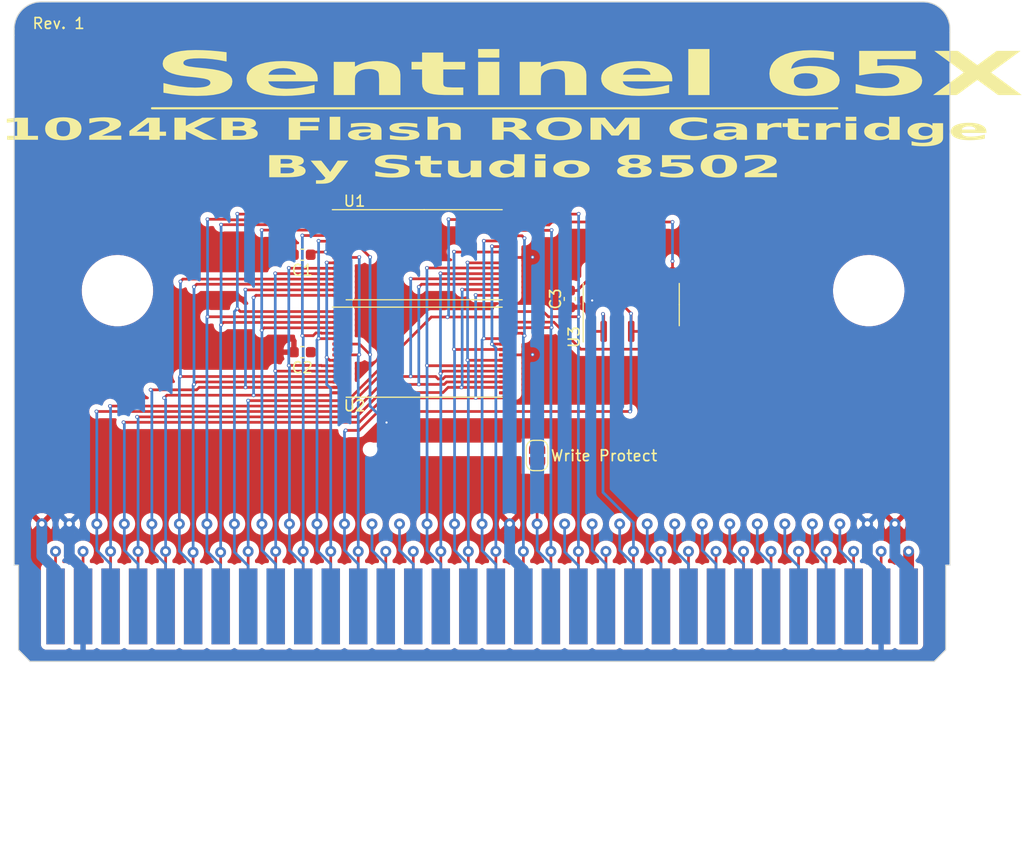
<source format=kicad_pcb>
(kicad_pcb (version 20221018) (generator pcbnew)
  (layers (0 "F.Cu" signal) (31 "B.Cu" signal) (34 "B.Paste" user) (35 "F.Paste" user) (36 "B.SilkS" user "B.Silkscreen") (37 "F.SilkS" user "F.Silkscreen") (38 "B.Mask" user) (39 "F.Mask" user) (44 "Edge.Cuts" user))
  (net 0 "")
  (net 1 "+3.3V")
  (net 2 "/A1")
  (net 3 "/A3")
  (net 4 "/A5")
  (net 5 "/A7")
  (net 6 "/A9")
  (net 7 "/A11")
  (net 8 "/A13")
  (net 9 "/A15")
  (net 10 "/A17")
  (net 11 "unconnected-(J1-Pin_a13-Pada13)")
  (net 12 "/D1")
  (net 13 "/D3")
  (net 14 "/D5")
  (net 15 "/~{WR}")
  (net 16 "unconnected-(J1-Pin_b12-Padb12)")
  (net 17 "unconnected-(J1-Pin_b20-Padb20)")
  (net 18 "unconnected-(J1-Pin_b2-Padb2)")
  (net 19 "/A0")
  (net 20 "/A2")
  (net 21 "/A4")
  (net 22 "/A6")
  (net 23 "/A8")
  (net 24 "/A10")
  (net 25 "/A12")
  (net 26 "/A14")
  (net 27 "/A16")
  (net 28 "/A18")
  (net 29 "/D0")
  (net 30 "/D2")
  (net 31 "/D4")
  (net 32 "/D6")
  (net 33 "/D7")
  (net 34 "/~{RD}")
  (net 35 "+5V")
  (net 36 "GND")
  (net 37 "unconnected-(J1-Pin_a3-Pada3)")
  (net 38 "unconnected-(J1-Pin_a4-Pada4)")
  (net 39 "unconnected-(J1-Pin_a5-Pada5)")
  (net 40 "unconnected-(J1-Pin_a6-Pada6)")
  (net 41 "unconnected-(J1-Pin_a7-Pada7)")
  (net 42 "unconnected-(J1-Pin_a8-Pada8)")
  (net 43 "unconnected-(J1-Pin_a9-Pada9)")
  (net 44 "unconnected-(J1-Pin_a10-Pada10)")
  (net 45 "unconnected-(J1-Pin_a11-Pada11)")
  (net 46 "unconnected-(J1-Pin_a19-Pada19)")
  (net 47 "unconnected-(J1-Pin_a20-Pada20)")
  (net 48 "unconnected-(J1-Pin_b3-Padb3)")
  (net 49 "unconnected-(J1-Pin_b4-Padb4)")
  (net 50 "unconnected-(J1-Pin_b5-Padb5)")
  (net 51 "unconnected-(J1-Pin_b6-Padb6)")
  (net 52 "unconnected-(J1-Pin_b7-Padb7)")
  (net 53 "unconnected-(J1-Pin_b8-Padb8)")
  (net 54 "unconnected-(J1-Pin_b9-Padb9)")
  (net 55 "unconnected-(J1-Pin_b10-Padb10)")
  (net 56 "unconnected-(J1-Pin_b19-Padb19)")
  (net 57 "unconnected-(J1-Pin_a12-Pada12)")
  (net 58 "Net-(J1-Pin_a14)")
  (net 59 "unconnected-(J1-Pin_b31-Padb31)")
  (net 60 "unconnected-(J1-Pin_b32-Padb32)")
  (net 61 "/~{CS}6")
  (net 62 "/A19")
  (net 63 "/~{ROML}")
  (net 64 "/~{ROMH}")
  (net 65 "Net-(U3-Pad13)")
  (net 66 "Net-(U3-Pad10)")
  (footprint "Package_SO:TSOP-I-32_14.4x8mm_P0.5mm" (layer "F.Cu") (at 131.745 49.275)
    (fp_text reference "U1")
    (fp_text value "~")
  )
  (footprint "Package_SO:SOIC-14_3.9x8.7mm_P1.27mm" (layer "F.Cu") (at 150.855 53.878553 90)
    (fp_text reference "U3")
    (fp_text value "74LS00")
  )
  (footprint "Capacitor_SMD:C_0603_1608Metric" (layer "F.Cu") (at 120.495 49.275 180)
    (fp_text reference "C1")
    (fp_text value "100nF")
  )
  (footprint "Jumper:SolderJumper-2_P1.3mm_Bridged_RoundedPad1.0x1.5mm" (layer "F.Cu") (at 142.169999 67.815 90)
    (fp_text reference "JP1" hide)
    (fp_text value "SolderJumper_2_Bridged")
  )
  (footprint "Connector:Conn_Edge_2x32_THT_2.54mm_Male" (layer "F.Cu") (at 138.359999 81.752 180)
    (fp_text reference "J1" hide)
    (fp_text value "2x32 2.54mm Card Edge Connector")
    (fp_line (start -41.520319 3.81) (end -41.91 3.81) (stroke (width 0.1)) (layer "Edge.Cuts"))
    (fp_line (start -41.51758 -4.014303) (end -41.520319 3.81) (stroke (width 0.1)) (layer "Edge.Cuts"))
    (fp_line (start -40.46 -5.08) (end -41.51758 -4.014303) (stroke (width 0.1)) (layer "Edge.Cuts"))
    (fp_line (start -40.46 -5.08) (end 43 -5.08) (stroke (width 0.1)) (layer "Edge.Cuts"))
    (fp_line (start 43 -5.08) (end 44.05758 -4.014303) (stroke (width 0.1)) (layer "Edge.Cuts"))
    (fp_line (start 44.054841 3.81) (end 44.05758 -4.014303) (stroke (width 0.1)) (layer "Edge.Cuts"))
    (fp_line (start 44.054841 3.81) (end 44.45 3.81) (stroke (width 0.1)) (layer "Edge.Cuts"))
  )
  (footprint "Capacitor_SMD:C_0603_1608Metric" (layer "F.Cu") (at 120.495 58.275 180)
    (fp_text reference "C2")
    (fp_text value "100nF")
  )
  (footprint "" (layer "F.Cu") (at 103.434999 52.592)
    (fp_text reference "")
    (fp_text value "")
  )
  (footprint "Package_SO:TSOP-I-32_14.4x8mm_P0.5mm" (layer "F.Cu") (at 131.745 58.275)
    (fp_text reference "U2")
    (fp_text value "~")
  )
  (footprint "" (layer "F.Cu") (at 172.776999 52.592)
    (fp_text reference "")
    (fp_text value "")
  )
  (footprint "Capacitor_SMD:C_0603_1608Metric" (layer "F.Cu") (at 145.185 53.358553 -90)
    (fp_text reference "C3")
    (fp_text value "100nF")
  )
  (gr_line (start 169.874188 35.75) (end 106.625811 35.75) (stroke (width 0.2)) (layer "F.SilkS"))
  (gr_line (start 177.25 25.922) (end 177.769999 25.922) (stroke (width 0.1)) (layer "Edge.Cuts"))
  (gr_arc (start 177.769999 25.922) (mid 179.537766 26.654233) (end 180.269999 28.422) (stroke (width 0.1)) (layer "Edge.Cuts"))
  (gr_arc (start 93.909999 28.422) (mid 94.642232 26.654233) (end 96.409999 25.922) (stroke (width 0.1)) (layer "Edge.Cuts"))
  (gr_line (start 93.909999 29) (end 93.909999 28.422) (stroke (width 0.1)) (layer "Edge.Cuts"))
  (gr_line (start 93.909999 77.942) (end 93.909999 29) (stroke (width 0.1)) (layer "Edge.Cuts"))
  (gr_line (start 180.269999 28.75) (end 180.269999 28.422) (stroke (width 0.1)) (layer "Edge.Cuts"))
  (gr_line (start 97.25 25.922) (end 177.25 25.922) (stroke (width 0.1)) (layer "Edge.Cuts"))
  (gr_line (start 97.25 25.922) (end 96.409999 25.922) (stroke (width 0.1)) (layer "Edge.Cuts"))
  (gr_line (start 180.269999 77.942) (end 180.269999 28.75) (stroke (width 0.1)) (layer "Edge.Cuts"))
  (gr_text "By Studio 8502" (at 116.93053 42.456333) (layer "F.SilkS") (effects (font (size 2 4) (thickness 0.25) bold) (justify left bottom)))
  (gr_text "Rev. 1" (at 95.5 28.5) (layer "F.SilkS") (effects (font (size 1 1)) (justify left bottom)))
  (gr_text "Sentinel 65X" (at 106.803244 35.208167) (layer "F.SilkS") (effects (font (size 4 8) (thickness 0.3) bold) (justify left bottom)))
  (gr_text "1024KB Flash ROM Cartridge" (at 138.249999 38.999483) (layer "F.SilkS") (effects (font (size 2 4) (thickness 0.25) bold) (justify bottom)))
  (segment (start 122.657069 49.025) (end 124.0575 49.025) (width 0.25) (layer "F.Cu") (net 1))
  (segment (start 145.865 52.583553) (end 147.045 51.403553) (width 0.25) (layer "F.Cu") (net 1))
  (segment (start 122.65263 49.020561) (end 122.657069 49.025) (width 0.25) (layer "F.Cu") (net 1))
  (segment (start 122.648191 49.025) (end 122.65263 49.020561) (width 0.25) (layer "F.Cu") (net 1))
  (segment (start 145.185 52.583553) (end 145.865 52.583553) (width 0.25) (layer "F.Cu") (net 1))
  (segment (start 121.52 49.025) (end 122.648191 49.025) (width 0.25) (layer "F.Cu") (net 1))
  (segment (start 147.045 51.403553) (end 147.045 53.295) (width 0.25) (layer "F.Cu") (net 1))
  (segment (start 147.045 53.295) (end 147.25 53.5) (width 0.25) (layer "F.Cu") (net 1))
  (segment (start 121.27 49.275) (end 121.52 49.025) (width 0.25) (layer "F.Cu") (net 1))
  (via (at 122.65263 49.020561) (size 0.35) (drill 0.2) (layers "F.Cu" "B.Cu") (net 1))
  (via (at 147.25 53.5) (size 0.35) (drill 0.2) (layers "F.Cu" "B.Cu") (net 1))
  (segment (start 98.989999 74.132) (end 98.989999 77.099057) (width 1) (layer "B.Cu") (net 1))
  (segment (start 173.919999 78.419999) (end 173.919999 81.752) (width 1) (layer "B.Cu") (net 1))
  (segment (start 100.259999 78.369057) (end 100.259999 81.752) (width 1) (layer "B.Cu") (net 1))
  (segment (start 98.989999 77.099057) (end 100.259999 78.369057) (width 1) (layer "B.Cu") (net 1))
  (segment (start 172.649999 77.149999) (end 173.919999 78.419999) (width 1) (layer "B.Cu") (net 1))
  (segment (start 172.649999 74.132) (end 172.649999 77.149999) (width 1) (layer "B.Cu") (net 1))
  (segment (start 131.25 52.25) (end 131.5 52) (width 0.25) (layer "F.Cu") (net 2))
  (segment (start 127.75 61.25) (end 125.25 63.75) (width 0.25) (layer "F.Cu") (net 2))
  (segment (start 133.593503 61.25) (end 127.75 61.25) (width 0.25) (layer "F.Cu") (net 2))
  (segment (start 139.4075 52) (end 139.4325 52.025) (width 0.25) (layer "F.Cu") (net 2))
  (segment (start 133.818503 61.025) (end 133.593503 61.25) (width 0.25) (layer "F.Cu") (net 2))
  (segment (start 121.75 63.75) (end 101.5 63.75) (width 0.25) (layer "F.Cu") (net 2))
  (segment (start 139.4325 61.025) (end 133.818503 61.025) (width 0.25) (layer "F.Cu") (net 2))
  (segment (start 125.25 63.75) (end 121.75 63.75) (width 0.25) (layer "F.Cu") (net 2))
  (segment (start 131.5 52) (end 139.4075 52) (width 0.25) (layer "F.Cu") (net 2))
  (via (at 101.5 63.75) (size 0.35) (drill 0.2) (layers "F.Cu" "B.Cu") (net 2))
  (via (at 131.25 52.25) (size 0.35) (drill 0.2) (layers "F.Cu" "B.Cu") (net 2))
  (via (at 131.25 61.25) (size 0.35) (drill 0.2) (layers "F.Cu" "B.Cu") (net 2))
  (segment (start 101.529999 76.568727) (end 102.799999 77.838727) (width 0.25) (layer "B.Cu") (net 2))
  (segment (start 102.799999 77.838727) (end 102.799999 81.752) (width 0.25) (layer "B.Cu") (net 2))
  (segment (start 101.529999 63.779999) (end 101.529999 74.132) (width 0.25) (layer "B.Cu") (net 2))
  (segment (start 101.529999 74.132) (end 101.529999 76.568727) (width 0.25) (layer "B.Cu") (net 2))
  (segment (start 101.5 63.75) (end 101.529999 63.779999) (width 0.25) (layer "B.Cu") (net 2))
  (segment (start 131.25 52.25) (end 131.25 61.25) (width 0.25) (layer "B.Cu") (net 2))
  (segment (start 138.9575 62.5) (end 131 62.5) (width 0.25) (layer "F.Cu") (net 3))
  (segment (start 127.75 62.75) (end 125.75 64.75) (width 0.25) (layer "F.Cu") (net 3))
  (segment (start 130.75 62.75) (end 127.75 62.75) (width 0.25) (layer "F.Cu") (net 3))
  (segment (start 139.4325 53.025) (end 136.525 53.025) (width 0.25) (layer "F.Cu") (net 3))
  (segment (start 136.525 53.025) (end 136.5 53) (width 0.25) (layer "F.Cu") (net 3))
  (segment (start 125.75 64.75) (end 104 64.75) (width 0.25) (layer "F.Cu") (net 3))
  (segment (start 139.4325 62.025) (end 138.9575 62.5) (width 0.25) (layer "F.Cu") (net 3))
  (segment (start 131 62.5) (end 130.75 62.75) (width 0.25) (layer "F.Cu") (net 3))
  (via (at 104 64.75) (size 0.35) (drill 0.2) (layers "F.Cu" "B.Cu") (net 3))
  (via (at 136.5 62.5) (size 0.35) (drill 0.2) (layers "F.Cu" "B.Cu") (net 3))
  (via (at 136.5 53) (size 0.35) (drill 0.2) (layers "F.Cu" "B.Cu") (net 3))
  (segment (start 136.5 53) (end 136.5 62.5) (width 0.25) (layer "B.Cu") (net 3))
  (segment (start 105.339999 77.839999) (end 105.339999 81.752) (width 0.25) (layer "B.Cu") (net 3))
  (segment (start 104.069999 74.132) (end 104.069999 76.569999) (width 0.25) (layer "B.Cu") (net 3))
  (segment (start 104 64.75) (end 104.069999 64.819999) (width 0.25) (layer "B.Cu") (net 3))
  (segment (start 104.069999 64.819999) (end 104.069999 74.132) (width 0.25) (layer "B.Cu") (net 3))
  (segment (start 104.069999 76.569999) (end 105.339999 77.839999) (width 0.25) (layer "B.Cu") (net 3))
  (segment (start 115.25 61.5245) (end 115.2495 61.525) (width 0.25) (layer "F.Cu") (net 4))
  (segment (start 110.975 61.525) (end 110.75 61.75) (width 0.25) (layer "F.Cu") (net 4))
  (segment (start 115.2505 61.525) (end 124.0575 61.525) (width 0.25) (layer "F.Cu") (net 4))
  (segment (start 115.2495 61.525) (end 110.975 61.525) (width 0.25) (layer "F.Cu") (net 4))
  (segment (start 115.275 52.525) (end 115.25 52.5) (width 0.25) (layer "F.Cu") (net 4))
  (segment (start 115.25 61.5245) (end 115.2505 61.525) (width 0.25) (layer "F.Cu") (net 4))
  (segment (start 124.0575 52.525) (end 115.275 52.525) (width 0.25) (layer "F.Cu") (net 4))
  (segment (start 110.75 61.75) (end 106.5 61.75) (width 0.25) (layer "F.Cu") (net 4))
  (via (at 115.25 52.5) (size 0.35) (drill 0.2) (layers "F.Cu" "B.Cu") (net 4))
  (via (at 106.5 61.75) (size 0.35) (drill 0.2) (layers "F.Cu" "B.Cu") (net 4))
  (via (at 115.25 61.5245) (size 0.35) (drill 0.2) (layers "F.Cu" "B.Cu") (net 4))
  (segment (start 115.25 52.5) (end 115.25 61.5245) (width 0.25) (layer "B.Cu") (net 4))
  (segment (start 107.879999 77.838727) (end 107.879999 81.752) (width 0.25) (layer "B.Cu") (net 4))
  (segment (start 106.609999 74.132) (end 106.609999 76.568727) (width 0.25) (layer "B.Cu") (net 4))
  (segment (start 106.5 61.75) (end 106.609999 61.859999) (width 0.25) (layer "B.Cu") (net 4))
  (segment (start 106.609999 76.568727) (end 107.879999 77.838727) (width 0.25) (layer "B.Cu") (net 4))
  (segment (start 106.609999 61.859999) (end 106.609999 74.132) (width 0.25) (layer "B.Cu") (net 4))
  (segment (start 124.0575 51.525) (end 109.475 51.525) (width 0.25) (layer "F.Cu") (net 5))
  (segment (start 124.0575 60.525) (end 109.275 60.525) (width 0.25) (layer "F.Cu") (net 5))
  (segment (start 109.275 60.525) (end 109.25 60.5) (width 0.25) (layer "F.Cu") (net 5))
  (segment (start 109.475 51.525) (end 109.25 51.75) (width 0.25) (layer "F.Cu") (net 5))
  (via (at 109.25 51.75) (size 0.35) (drill 0.2) (layers "F.Cu" "B.Cu") (net 5))
  (via (at 109.25 60.5) (size 0.35) (drill 0.2) (layers "F.Cu" "B.Cu") (net 5))
  (segment (start 110.419999 77.918727) (end 110.419999 81.752) (width 0.25) (layer "B.Cu") (net 5))
  (segment (start 109.25 51.75) (end 109.25 60.5) (width 0.25) (layer "B.Cu") (net 5))
  (segment (start 109.149999 60.600001) (end 109.149999 74.132) (width 0.25) (layer "B.Cu") (net 5))
  (segment (start 109.25 60.5) (end 109.149999 60.600001) (width 0.25) (layer "B.Cu") (net 5))
  (segment (start 109.149999 74.132) (end 109.149999 76.648727) (width 0.25) (layer "B.Cu") (net 5))
  (segment (start 109.149999 76.648727) (end 110.419999 77.918727) (width 0.25) (layer "B.Cu") (net 5))
  (segment (start 124.03707 55.00457) (end 111.75457 55.00457) (width 0.25) (layer "F.Cu") (net 6))
  (segment (start 124.0325 46.05) (end 113.75 46.05) (width 0.25) (layer "F.Cu") (net 6))
  (segment (start 111.75 55) (end 111.775 55.025) (width 0.25) (layer "F.Cu") (net 6))
  (segment (start 124.0575 55.025) (end 124.03707 55.00457) (width 0.25) (layer "F.Cu") (net 6))
  (segment (start 113.75 46.05) (end 113.7 46) (width 0.25) (layer "F.Cu") (net 6))
  (segment (start 113.7 46) (end 111.75 46) (width 0.25) (layer "F.Cu") (net 6))
  (segment (start 111.75457 55.00457) (end 111.75 55) (width 0.25) (layer "F.Cu") (net 6))
  (segment (start 124.0575 46.025) (end 124.0325 46.05) (width 0.25) (layer "F.Cu") (net 6))
  (via (at 111.75 55) (size 0.35) (drill 0.2) (layers "F.Cu" "B.Cu") (net 6))
  (via (at 111.75 46) (size 0.35) (drill 0.2) (layers "F.Cu" "B.Cu") (net 6))
  (segment (start 111.75 55) (end 111.689999 55.060001) (width 0.25) (layer "B.Cu") (net 6))
  (segment (start 111.689999 55.060001) (end 111.689999 74.132) (width 0.25) (layer "B.Cu") (net 6))
  (segment (start 112.959999 77.918727) (end 112.959999 81.752) (width 0.25) (layer "B.Cu") (net 6))
  (segment (start 111.689999 74.132) (end 111.689999 76.648727) (width 0.25) (layer "B.Cu") (net 6))
  (segment (start 111.689999 76.648727) (end 112.959999 77.918727) (width 0.25) (layer "B.Cu") (net 6))
  (segment (start 111.75 46) (end 111.75 55) (width 0.25) (layer "B.Cu") (net 6))
  (segment (start 114.775 54.525) (end 114.5 54.25) (width 0.25) (layer "F.Cu") (net 7))
  (segment (start 124.0575 54.525) (end 114.775 54.525) (width 0.25) (layer "F.Cu") (net 7))
  (segment (start 124.0575 45.525) (end 114.525 45.525) (width 0.25) (layer "F.Cu") (net 7))
  (segment (start 114.525 45.525) (end 114.5 45.5) (width 0.25) (layer "F.Cu") (net 7))
  (via (at 114.5 45.5) (size 0.35) (drill 0.2) (layers "F.Cu" "B.Cu") (net 7))
  (via (at 114.5 54.25) (size 0.35) (drill 0.2) (layers "F.Cu" "B.Cu") (net 7))
  (segment (start 114.229999 54.520001) (end 114.229999 74.132) (width 0.25) (layer "B.Cu") (net 7))
  (segment (start 114.229999 76.729999) (end 115.499999 77.999999) (width 0.25) (layer "B.Cu") (net 7))
  (segment (start 114.5 45.5) (end 114.5 54.25) (width 0.25) (layer "B.Cu") (net 7))
  (segment (start 114.5 54.25) (end 114.229999 54.520001) (width 0.25) (layer "B.Cu") (net 7))
  (segment (start 114.229999 74.132) (end 114.229999 76.729999) (width 0.25) (layer "B.Cu") (net 7))
  (segment (start 115.499999 77.999999) (end 115.499999 81.752) (width 0.25) (layer "B.Cu") (net 7))
  (segment (start 124.0575 47.025) (end 124.0325 47) (width 0.25) (layer "F.Cu") (net 8))
  (segment (start 116.975 56.025) (end 116.75 56.25) (width 0.25) (layer "F.Cu") (net 8))
  (segment (start 124.0575 56.025) (end 116.975 56.025) (width 0.25) (layer "F.Cu") (net 8))
  (segment (start 124.0325 47) (end 116.75 47) (width 0.25) (layer "F.Cu") (net 8))
  (via (at 116.75 56.25) (size 0.35) (drill 0.2) (layers "F.Cu" "B.Cu") (net 8))
  (via (at 116.75 47) (size 0.35) (drill 0.2) (layers "F.Cu" "B.Cu") (net 8))
  (segment (start 116.769999 76.568727) (end 118.039999 77.838727) (width 0.25) (layer "B.Cu") (net 8))
  (segment (start 118.039999 77.838727) (end 118.039999 81.752) (width 0.25) (layer "B.Cu") (net 8))
  (segment (start 116.75 47) (end 116.75 56.25) (width 0.25) (layer "B.Cu") (net 8))
  (segment (start 116.769999 56.269999) (end 116.769999 74.132) (width 0.25) (layer "B.Cu") (net 8))
  (segment (start 116.75 56.25) (end 116.769999 56.269999) (width 0.25) (layer "B.Cu") (net 8))
  (segment (start 116.769999 74.132) (end 116.769999 76.568727) (width 0.25) (layer "B.Cu") (net 8))
  (segment (start 119.5 59.5) (end 119.25 59.5) (width 0.25) (layer "F.Cu") (net 9))
  (segment (start 124.0575 59.525) (end 122.275 59.525) (width 0.25) (layer "F.Cu") (net 9))
  (segment (start 119.275 50.525) (end 119.25 50.5) (width 0.25) (layer "F.Cu") (net 9))
  (segment (start 122.25 59.5) (end 119.5 59.5) (width 0.25) (layer "F.Cu") (net 9))
  (segment (start 124.0575 50.525) (end 119.275 50.525) (width 0.25) (layer "F.Cu") (net 9))
  (segment (start 122.275 59.525) (end 122.25 59.5) (width 0.25) (layer "F.Cu") (net 9))
  (via (at 119.25 50.5) (size 0.35) (drill 0.2) (layers "F.Cu" "B.Cu") (net 9))
  (via (at 119.25 59.5) (size 0.35) (drill 0.2) (layers "F.Cu" "B.Cu") (net 9))
  (segment (start 119.309999 59.559999) (end 119.309999 74.132) (width 0.25) (layer "B.Cu") (net 9))
  (segment (start 119.309999 74.132) (end 119.309999 76.568727) (width 0.25) (layer "B.Cu") (net 9))
  (segment (start 119.25 50.5) (end 119.25 59.5) (width 0.25) (layer "B.Cu") (net 9))
  (segment (start 119.309999 76.568727) (end 120.579999 77.838727) (width 0.25) (layer "B.Cu") (net 9))
  (segment (start 120.579999 77.838727) (end 120.579999 81.752) (width 0.25) (layer "B.Cu") (net 9))
  (segment (start 119.25 59.5) (end 119.309999 59.559999) (width 0.25) (layer "B.Cu") (net 9))
  (segment (start 124.0575 57.025) (end 122.025 57.025) (width 0.25) (layer "F.Cu") (net 10))
  (segment (start 122.025 57.025) (end 122 57) (width 0.25) (layer "F.Cu") (net 10))
  (segment (start 124.0575 48.025) (end 122.025 48.025) (width 0.25) (layer "F.Cu") (net 10))
  (segment (start 122.025 48.025) (end 122 48) (width 0.25) (layer "F.Cu") (net 10))
  (via (at 122 48) (size 0.35) (drill 0.2) (layers "F.Cu" "B.Cu") (net 10))
  (via (at 122 57) (size 0.35) (drill 0.2) (layers "F.Cu" "B.Cu") (net 10))
  (segment (start 121.849999 74.132) (end 121.849999 76.568727) (width 0.25) (layer "B.Cu") (net 10))
  (segment (start 121.849999 57.150001) (end 121.849999 74.132) (width 0.25) (layer "B.Cu") (net 10))
  (segment (start 122 48) (end 122 57) (width 0.25) (layer "B.Cu") (net 10))
  (segment (start 121.849999 76.568727) (end 123.119999 77.838727) (width 0.25) (layer "B.Cu") (net 10))
  (segment (start 123.119999 77.838727) (end 123.119999 81.752) (width 0.25) (layer "B.Cu") (net 10))
  (segment (start 122 57) (end 121.849999 57.150001) (width 0.25) (layer "B.Cu") (net 10))
  (segment (start 145.979999 77.979999) (end 145.979999 81.752) (width 0.25) (layer "B.Cu") (net 11))
  (segment (start 144.709999 74.132) (end 144.709999 76.709999) (width 0.25) (layer "B.Cu") (net 11))
  (segment (start 144.709999 76.709999) (end 145.979999 77.979999) (width 0.25) (layer "B.Cu") (net 11))
  (segment (start 139.4325 59.525) (end 132.025 59.525) (width 0.25) (layer "F.Cu") (net 12))
  (segment (start 132.025 59.525) (end 132 59.5) (width 0.25) (layer "F.Cu") (net 12))
  (segment (start 139.4075 50.5) (end 132 50.5) (width 0.25) (layer "F.Cu") (net 12))
  (segment (start 139.4325 50.525) (end 139.4075 50.5) (width 0.25) (layer "F.Cu") (net 12))
  (via (at 132 59.5) (size 0.35) (drill 0.2) (layers "F.Cu" "B.Cu") (net 12))
  (via (at 132 50.5) (size 0.35) (drill 0.2) (layers "F.Cu" "B.Cu") (net 12))
  (segment (start 133.279999 77.838727) (end 133.279999 81.752) (width 0.25) (layer "B.Cu") (net 12))
  (segment (start 132.009999 74.132) (end 132.009999 76.568727) (width 0.25) (layer "B.Cu") (net 12))
  (segment (start 132.009999 59.509999) (end 132.009999 74.132) (width 0.25) (layer "B.Cu") (net 12))
  (segment (start 132.009999 76.568727) (end 133.279999 77.838727) (width 0.25) (layer "B.Cu") (net 12))
  (segment (start 132 59.5) (end 132.009999 59.509999) (width 0.25) (layer "B.Cu") (net 12))
  (segment (start 132 50.5) (end 132 59.5) (width 0.25) (layer "B.Cu") (net 12))
  (segment (start 134.525 49.025) (end 134.5 49) (width 0.25) (layer "F.Cu") (net 13))
  (segment (start 139.4325 58.025) (end 134.525 58.025) (width 0.25) (layer "F.Cu") (net 13))
  (segment (start 134.525 58.025) (end 134.5 58) (width 0.25) (layer "F.Cu") (net 13))
  (segment (start 139.4325 49.025) (end 134.525 49.025) (width 0.25) (layer "F.Cu") (net 13))
  (via (at 134.5 49) (size 0.35) (drill 0.2) (layers "F.Cu" "B.Cu") (net 13))
  (via (at 134.5 58) (size 0.35) (drill 0.2) (layers "F.Cu" "B.Cu") (net 13))
  (segment (start 134.549999 58.049999) (end 134.549999 74.132) (width 0.25) (layer "B.Cu") (net 13))
  (segment (start 134.5 58) (end 134.549999 58.049999) (width 0.25) (layer "B.Cu") (net 13))
  (segment (start 134.549999 76.568727) (end 135.819999 77.838727) (width 0.25) (layer "B.Cu") (net 13))
  (segment (start 135.819999 77.838727) (end 135.819999 81.752) (width 0.25) (layer "B.Cu") (net 13))
  (segment (start 134.549999 74.132) (end 134.549999 76.568727) (width 0.25) (layer "B.Cu") (net 13))
  (segment (start 134.5 49) (end 134.5 58) (width 0.25) (layer "B.Cu") (net 13))
  (segment (start 139.4075 48) (end 137.25 48) (width 0.25) (layer "F.Cu") (net 14))
  (segment (start 137.275 57.025) (end 137.25 57) (width 0.25) (layer "F.Cu") (net 14))
  (segment (start 139.4325 48.025) (end 139.4075 48) (width 0.25) (layer "F.Cu") (net 14))
  (segment (start 139.4325 57.025) (end 137.275 57.025) (width 0.25) (layer "F.Cu") (net 14))
  (via (at 137.25 48) (size 0.35) (drill 0.2) (layers "F.Cu" "B.Cu") (net 14))
  (via (at 137.25 57) (size 0.35) (drill 0.2) (layers "F.Cu" "B.Cu") (net 14))
  (segment (start 138.359999 77.859999) (end 138.359999 81.752) (width 0.25) (layer "B.Cu") (net 14))
  (segment (start 137.089999 74.132) (end 137.089999 76.589999) (width 0.25) (layer "B.Cu") (net 14))
  (segment (start 137.25 57) (end 137.089999 57.160001) (width 0.25) (layer "B.Cu") (net 14))
  (segment (start 137.25 48) (end 137.25 57) (width 0.25) (layer "B.Cu") (net 14))
  (segment (start 137.089999 76.589999) (end 138.359999 77.859999) (width 0.25) (layer "B.Cu") (net 14))
  (segment (start 137.089999 57.160001) (end 137.089999 74.132) (width 0.25) (layer "B.Cu") (net 14))
  (segment (start 124.0575 57.525) (end 125.775 57.525) (width 0.25) (layer "F.Cu") (net 15))
  (segment (start 142.084999 64.77) (end 142.169999 64.855) (width 0.25) (layer "F.Cu") (net 15))
  (segment (start 142.169999 64.855) (end 142.169999 67.165) (width 0.25) (layer "F.Cu") (net 15))
  (segment (start 125.775 57.525) (end 126.75 58.5) (width 0.25) (layer "F.Cu") (net 15))
  (segment (start 125.775 48.525) (end 126.75 49.5) (width 0.25) (layer "F.Cu") (net 15))
  (segment (start 124.0575 48.525) (end 125.775 48.525) (width 0.25) (layer "F.Cu") (net 15))
  (segment (start 128.27 64.77) (end 142.084999 64.77) (width 0.25) (layer "F.Cu") (net 15))
  (via (at 126.75 49.5) (size 0.35) (drill 0.2) (layers "F.Cu" "B.Cu") (net 15))
  (via (at 128.27 64.77) (size 0.35) (drill 0.2) (layers "F.Cu" "B.Cu") (net 15))
  (via (at 126.75 58.5) (size 0.35) (drill 0.2) (layers "F.Cu" "B.Cu") (net 15))
  (segment (start 126.75 49.5) (end 126.75 58.5) (width 0.25) (layer "B.Cu") (net 15))
  (segment (start 126.75 58.5) (end 126.75 63.25) (width 0.25) (layer "B.Cu") (net 15))
  (segment (start 126.75 63.25) (end 128.27 64.77) (width 0.25) (layer "B.Cu") (net 15))
  (segment (start 148.519999 76.672) (end 148.519999 81.752) (width 0.25) (layer "F.Cu") (net 16))
  (segment (start 128.199999 76.672) (end 128.199999 81.752) (width 0.25) (layer "F.Cu") (net 17))
  (segment (start 173.919999 76.672) (end 173.919999 81.752) (width 0.25) (layer "F.Cu") (net 18))
  (segment (start 133.682107 60.525) (end 133.457107 60.75) (width 0.25) (layer "F.Cu") (net 19))
  (segment (start 132.817893 60.525) (end 127.547081 60.525) (width 0.25) (layer "F.Cu") (net 19))
  (segment (start 127.547081 60.525) (end 124.822081 63.25) (width 0.25) (layer "F.Cu") (net 19))
  (segment (start 130.5 51.5) (end 130.525 51.525) (width 0.25) (layer "F.Cu") (net 19))
  (segment (start 139.4325 60.525) (end 133.682107 60.525) (width 0.25) (layer "F.Cu") (net 19))
  (segment (start 139.4325 51.525) (end 139.4075 51.5) (width 0.25) (layer "F.Cu") (net 19))
  (segment (start 102.799999 76.672) (end 102.799999 81.752) (width 0.25) (layer "F.Cu") (net 19))
  (segment (start 124.822081 63.25) (end 102.75 63.25) (width 0.25) (layer "F.Cu") (net 19))
  (segment (start 133.457107 60.75) (end 133.042893 60.75) (width 0.25) (layer "F.Cu") (net 19))
  (segment (start 133.042893 60.75) (end 132.817893 60.525) (width 0.25) (layer "F.Cu") (net 19))
  (segment (start 139.4075 51.5) (end 130.5 51.5) (width 0.25) (layer "F.Cu") (net 19))
  (via (at 130.5 60.5) (size 0.35) (drill 0.2) (layers "F.Cu" "B.Cu") (net 19))
  (via (at 130.5 51.5) (size 0.35) (drill 0.2) (layers "F.Cu" "B.Cu") (net 19))
  (via (at 102.75 63.25) (size 0.35) (drill 0.2) (layers "F.Cu" "B.Cu") (net 19))
  (segment (start 102.799999 63.299999) (end 102.799999 76.672) (width 0.25) (layer "B.Cu") (net 19))
  (segment (start 102.75 63.25) (end 102.799999 63.299999) (width 0.25) (layer "B.Cu") (net 19))
  (segment (start 130.5 51.5) (end 130.5 60.5) (width 0.25) (layer "B.Cu") (net 19))
  (segment (start 105.339999 76.672) (end 105.339999 81.752) (width 0.25) (layer "F.Cu") (net 20))
  (segment (start 133.479899 62) (end 127.75 62) (width 0.25) (layer "F.Cu") (net 20))
  (segment (start 135.186215 61.525) (end 133.954899 61.525) (width 0.25) (layer "F.Cu") (net 20))
  (segment (start 125.5 64.25) (end 105.25 64.25) (width 0.25) (layer "F.Cu") (net 20))
  (segment (start 139.4325 61.525) (end 135.191613 61.525) (width 0.25) (layer "F.Cu") (net 20))
  (segment (start 133.954899 61.525) (end 133.479899 62) (width 0.25) (layer "F.Cu") (net 20))
  (segment (start 127.75 62) (end 125.5 64.25) (width 0.25) (layer "F.Cu") (net 20))
  (segment (start 135.191613 61.525) (end 135.188914 61.527699) (width 0.25) (layer "F.Cu") (net 20))
  (segment (start 135.188914 61.527699) (end 135.186215 61.525) (width 0.25) (layer "F.Cu") (net 20))
  (segment (start 139.4075 52.5) (end 137 52.5) (width 0.25) (layer "F.Cu") (net 20))
  (segment (start 137 52.5) (end 135.25 52.5) (width 0.25) (layer "F.Cu") (net 20))
  (segment (start 139.4325 52.525) (end 139.4075 52.5) (width 0.25) (layer "F.Cu") (net 20))
  (via (at 135.188914 61.527699) (size 0.35) (drill 0.2) (layers "F.Cu" "B.Cu") (net 20))
  (via (at 105.25 64.25) (size 0.35) (drill 0.2) (layers "F.Cu" "B.Cu") (net 20))
  (via (at 135.25 52.5) (size 0.35) (drill 0.2) (layers "F.Cu" "B.Cu") (net 20))
  (segment (start 105.25 64.25) (end 105.339999 64.339999) (width 0.25) (layer "B.Cu") (net 20))
  (segment (start 135.25 52.5) (end 135.25 61.466613) (width 0.25) (layer "B.Cu") (net 20))
  (segment (start 135.25 61.466613) (end 135.192776 61.523837) (width 0.25) (layer "B.Cu") (net 20))
  (segment (start 105.339999 64.339999) (end 105.339999 76.672) (width 0.25) (layer "B.Cu") (net 20))
  (segment (start 108 62.25) (end 107.75 62.5) (width 0.25) (layer "F.Cu") (net 21))
  (segment (start 107.879999 76.672) (end 107.879999 81.752) (width 0.25) (layer "F.Cu") (net 21))
  (segment (start 116.225 53.025) (end 124.0575 53.025) (width 0.25) (layer "F.Cu") (net 21))
  (segment (start 124.0575 62.025) (end 123.225 62.025) (width 0.25) (layer "F.Cu") (net 21))
  (segment (start 123.225 62.025) (end 123 62.25) (width 0.25) (layer "F.Cu") (net 21))
  (segment (start 123 62.25) (end 108 62.25) (width 0.25) (layer "F.Cu") (net 21))
  (segment (start 116 53.25) (end 116.225 53.025) (width 0.25) (layer "F.Cu") (net 21))
  (via (at 116 53.25) (size 0.35) (drill 0.2) (layers "F.Cu" "B.Cu") (net 21))
  (via (at 107.75 62.5) (size 0.35) (drill 0.2) (layers "F.Cu" "B.Cu") (net 21))
  (via (at 116 62.25) (size 0.35) (drill 0.2) (layers "F.Cu" "B.Cu") (net 21))
  (segment (start 116 53.25) (end 116 62.25) (width 0.25) (layer "B.Cu") (net 21))
  (segment (start 107.75 62.5) (end 107.879999 62.629999) (width 0.25) (layer "B.Cu") (net 21))
  (segment (start 107.879999 62.629999) (end 107.879999 76.672) (width 0.25) (layer "B.Cu") (net 21))
  (segment (start 124.0575 52.025) (end 124.0325 52) (width 0.25) (layer "F.Cu") (net 22))
  (segment (start 110.725 61.025) (end 110.5 61.25) (width 0.25) (layer "F.Cu") (net 22))
  (segment (start 110.419999 76.752) (end 110.419999 81.752) (width 0.25) (layer "F.Cu") (net 22))
  (segment (start 110.75 52) (end 110.5 52.25) (width 0.25) (layer "F.Cu") (net 22))
  (segment (start 124.0575 61.025) (end 110.725 61.025) (width 0.25) (layer "F.Cu") (net 22))
  (segment (start 124.0325 52) (end 110.75 52) (width 0.25) (layer "F.Cu") (net 22))
  (via (at 110.5 61.25) (size 0.35) (drill 0.2) (layers "F.Cu" "B.Cu") (net 22))
  (via (at 110.5 52.25) (size 0.35) (drill 0.2) (layers "F.Cu" "B.Cu") (net 22))
  (segment (start 110.5 61.25) (end 110.419999 61.330001) (width 0.25) (layer "B.Cu") (net 22))
  (segment (start 110.419999 61.330001) (end 110.419999 76.752) (width 0.25) (layer "B.Cu") (net 22))
  (segment (start 110.5 52.25) (end 110.5 61.25) (width 0.25) (layer "B.Cu") (net 22))
  (segment (start 113.225 55.525) (end 113 55.75) (width 0.25) (layer "F.Cu") (net 23))
  (segment (start 124.0575 55.525) (end 113.225 55.525) (width 0.25) (layer "F.Cu") (net 23))
  (segment (start 124.0325 46.5) (end 113 46.5) (width 0.25) (layer "F.Cu") (net 23))
  (segment (start 112.959999 76.752) (end 112.959999 81.752) (width 0.25) (layer "F.Cu") (net 23))
  (segment (start 124.0575 46.525) (end 124.0325 46.5) (width 0.25) (layer "F.Cu") (net 23))
  (via (at 113 55.75) (size 0.35) (drill 0.2) (layers "F.Cu" "B.Cu") (net 23))
  (via (at 113 46.5) (size 0.35) (drill 0.2) (layers "F.Cu" "B.Cu") (net 23))
  (segment (start 112.959999 55.790001) (end 112.959999 76.752) (width 0.25) (layer "B.Cu") (net 23))
  (segment (start 113 55.75) (end 112.959999 55.790001) (width 0.25) (layer "B.Cu") (net 23))
  (segment (start 113 46.5) (end 113 55.75) (width 0.25) (layer "B.Cu") (net 23))
  (segment (start 139.4325 46.025) (end 134.025 46.025) (width 0.25) (layer "F.Cu") (net 24))
  (segment (start 124.685685 62.75) (end 115.5 62.75) (width 0.25) (layer "F.Cu") (net 24))
  (segment (start 133.885614 55.025) (end 132.410685 55.025) (width 0.25) (layer "F.Cu") (net 24))
  (segment (start 139.4325 55.025) (end 133.906712 55.025) (width 0.25) (layer "F.Cu") (net 24))
  (segment (start 133.896163 55.035549) (end 133.885614 55.025) (width 0.25) (layer "F.Cu") (net 24))
  (segment (start 133.906712 55.025) (end 133.896163 55.035549) (width 0.25) (layer "F.Cu") (net 24))
  (segment (start 115.499999 76.672) (end 115.499999 81.752) (width 0.25) (layer "F.Cu") (net 24))
  (segment (start 134.025 46.025) (end 134 46) (width 0.25) (layer "F.Cu") (net 24))
  (segment (start 132.410685 55.025) (end 124.685685 62.75) (width 0.25) (layer "F.Cu") (net 24))
  (via (at 133.896163 55.035549) (size 0.35) (drill 0.2) (layers "F.Cu" "B.Cu") (net 24))
  (via (at 134 46) (size 0.35) (drill 0.2) (layers "F.Cu" "B.Cu") (net 24))
  (via (at 115.5 62.75) (size 0.35) (drill 0.2) (layers "F.Cu" "B.Cu") (net 24))
  (segment (start 115.5 62.75) (end 115.499999 76.672) (width 0.25) (layer "B.Cu") (net 24))
  (segment (start 134 54.906321) (end 133.881654 55.024667) (width 0.25) (layer "B.Cu") (net 24))
  (segment (start 134 46) (end 134 54.906321) (width 0.25) (layer "B.Cu") (net 24))
  (segment (start 124.0575 51.025) (end 118.025 51.025) (width 0.25) (layer "F.Cu") (net 25))
  (segment (start 118.025 60.025) (end 118 60) (width 0.25) (layer "F.Cu") (net 25))
  (segment (start 118.039999 76.672) (end 118.039999 81.752) (width 0.25) (layer "F.Cu") (net 25))
  (segment (start 124.0575 60.025) (end 118.025 60.025) (width 0.25) (layer "F.Cu") (net 25))
  (segment (start 118.025 51.025) (end 118 51) (width 0.25) (layer "F.Cu") (net 25))
  (via (at 118 60) (size 0.35) (drill 0.2) (layers "F.Cu" "B.Cu") (net 25))
  (via (at 118 51) (size 0.35) (drill 0.2) (layers "F.Cu" "B.Cu") (net 25))
  (segment (start 118 60) (end 118.039999 60.039999) (width 0.25) (layer "B.Cu") (net 25))
  (segment (start 118 51) (end 118 60) (width 0.25) (layer "B.Cu") (net 25))
  (segment (start 118.039999 60.039999) (end 118.039999 76.672) (width 0.25) (layer "B.Cu") (net 25))
  (segment (start 122.25 56.5) (end 121.75 56.5) (width 0.25) (layer "F.Cu") (net 26))
  (segment (start 120.579999 76.672) (end 120.579999 81.752) (width 0.25) (layer "F.Cu") (net 26))
  (segment (start 124.0575 47.525) (end 124.0325 47.5) (width 0.25) (layer "F.Cu") (net 26))
  (segment (start 121.5 56.75) (end 120.5 56.75) (width 0.25) (layer "F.Cu") (net 26))
  (segment (start 124.0575 56.525) (end 122.275 56.525) (width 0.25) (layer "F.Cu") (net 26))
  (segment (start 122.275 56.525) (end 122.25 56.5) (width 0.25) (layer "F.Cu") (net 26))
  (segment (start 121.75 56.5) (end 121.5 56.75) (width 0.25) (layer "F.Cu") (net 26))
  (segment (start 124.0325 47.5) (end 120.5 47.5) (width 0.25) (layer "F.Cu") (net 26))
  (via (at 120.5 56.75) (size 0.35) (drill 0.2) (layers "F.Cu" "B.Cu") (net 26))
  (via (at 120.5 47.5) (size 0.35) (drill 0.2) (layers "F.Cu" "B.Cu") (net 26))
  (segment (start 120.579999 56.829999) (end 120.579999 76.672) (width 0.25) (layer "B.Cu") (net 26))
  (segment (start 120.5 47.5) (end 120.5 56.75) (width 0.25) (layer "B.Cu") (net 26))
  (segment (start 120.5 56.75) (end 120.579999 56.829999) (width 0.25) (layer "B.Cu") (net 26))
  (segment (start 122.75 50) (end 122.775 50.025) (width 0.25) (layer "F.Cu") (net 27))
  (segment (start 122.75 58.75) (end 123.025 59.025) (width 0.25) (layer "F.Cu") (net 27))
  (segment (start 123.025 59.025) (end 124.0575 59.025) (width 0.25) (layer "F.Cu") (net 27))
  (segment (start 123.119999 76.672) (end 123.119999 81.752) (width 0.25) (layer "F.Cu") (net 27))
  (segment (start 122.775 50.025) (end 124.0575 50.025) (width 0.25) (layer "F.Cu") (net 27))
  (via (at 122.75 58.75) (size 0.35) (drill 0.2) (layers "F.Cu" "B.Cu") (net 27))
  (via (at 122.75 50) (size 0.35) (drill 0.2) (layers "F.Cu" "B.Cu") (net 27))
  (segment (start 122.75 61.260002) (end 123.119999 61.630001) (width 0.25) (layer "B.Cu") (net 27))
  (segment (start 122.75 58.75) (end 122.75 61.260002) (width 0.25) (layer "B.Cu") (net 27))
  (segment (start 123.119999 61.630001) (end 123.119999 76.672) (width 0.25) (layer "B.Cu") (net 27))
  (segment (start 122.75 50) (end 122.75 58.75) (width 0.25) (layer "B.Cu") (net 27))
  (segment (start 125.725 58.525) (end 125.75 58.5) (width 0.25) (layer "F.Cu") (net 28))
  (segment (start 125.659999 76.672) (end 125.659999 81.752) (width 0.25) (layer "F.Cu") (net 28))
  (segment (start 124.0575 58.525) (end 125.725 58.525) (width 0.25) (layer "F.Cu") (net 28))
  (segment (start 124.0575 49.525) (end 125.725 49.525) (width 0.25) (layer "F.Cu") (net 28))
  (segment (start 125.725 49.525) (end 125.75 49.5) (width 0.25) (layer "F.Cu") (net 28))
  (via (at 125.75 49.5) (size 0.35) (drill 0.2) (layers "F.Cu" "B.Cu") (net 28))
  (via (at 125.75 58.5) (size 0.35) (drill 0.2) (layers "F.Cu" "B.Cu") (net 28))
  (segment (start 125.75 49.5) (end 125.75 58.5) (width 0.25) (layer "B.Cu") (net 28))
  (segment (start 125.75 58.5) (end 125.659999 58.590001) (width 0.25) (layer "B.Cu") (net 28))
  (segment (start 125.659999 58.590001) (end 125.659999 76.672) (width 0.25) (layer "B.Cu") (net 28))
  (segment (start 133.25 60.25) (end 133.475 60.025) (width 0.25) (layer "F.Cu") (net 29))
  (segment (start 133.279999 76.672) (end 133.279999 81.752) (width 0.25) (layer "F.Cu") (net 29))
  (segment (start 139.4325 51.025) (end 133.275 51.025) (width 0.25) (layer "F.Cu") (net 29))
  (segment (start 133.275 51.025) (end 133.25 51) (width 0.25) (layer "F.Cu") (net 29))
  (segment (start 133.475 60.025) (end 139.4325 60.025) (width 0.25) (layer "F.Cu") (net 29))
  (via (at 133.25 51) (size 0.35) (drill 0.2) (layers "F.Cu" "B.Cu") (net 29))
  (via (at 133.25 60.25) (size 0.35) (drill 0.2) (layers "F.Cu" "B.Cu") (net 29))
  (segment (start 133.279999 60.279999) (end 133.279999 76.672) (width 0.25) (layer "B.Cu") (net 29))
  (segment (start 133.25 51) (end 133.25 60.25) (width 0.25) (layer "B.Cu") (net 29))
  (segment (start 133.25 60.25) (end 133.279999 60.279999) (width 0.25) (layer "B.Cu") (net 29))
  (segment (start 139.4325 50.025) (end 135.775 50.025) (width 0.25) (layer "F.Cu") (net 30))
  (segment (start 135.775 50.025) (end 135.75 50) (width 0.25) (layer "F.Cu") (net 30))
  (segment (start 139.4325 59.025) (end 135.775 59.025) (width 0.25) (layer "F.Cu") (net 30))
  (segment (start 135.775 59.025) (end 135.75 59) (width 0.25) (layer "F.Cu") (net 30))
  (segment (start 135.819999 76.672) (end 135.819999 81.752) (width 0.25) (layer "F.Cu") (net 30))
  (via (at 135.75 59) (size 0.35) (drill 0.2) (layers "F.Cu" "B.Cu") (net 30))
  (via (at 135.75 50) (size 0.35) (drill 0.2) (layers "F.Cu" "B.Cu") (net 30))
  (segment (start 135.75 59) (end 135.819999 59.069999) (width 0.25) (layer "B.Cu") (net 30))
  (segment (start 135.75 76.602001) (end 135.819999 76.672) (width 0.25) (layer "B.Cu") (net 30))
  (segment (start 135.819999 59.069999) (end 135.819999 76.672) (width 0.25) (layer "B.Cu") (net 30))
  (segment (start 135.75 50) (end 135.75 59) (width 0.25) (layer "B.Cu") (net 30))
  (segment (start 138.359999 76.672) (end 138.359999 81.752) (width 0.25) (layer "F.Cu") (net 31))
  (segment (start 139.4325 48.525) (end 138.025 48.525) (width 0.25) (layer "F.Cu") (net 31))
  (segment (start 138.025 48.525) (end 138 48.5) (width 0.25) (layer "F.Cu") (net 31))
  (segment (start 138 57.525) (end 139.4325 57.525) (width 0.25) (layer "F.Cu") (net 31))
  (via (at 138 48.5) (size 0.35) (drill 0.2) (layers "F.Cu" "B.Cu") (net 31))
  (via (at 138 57.525) (size 0.35) (drill 0.2) (layers "F.Cu" "B.Cu") (net 31))
  (segment (start 138.359999 57.884999) (end 138.359999 76.672) (width 0.25) (layer "B.Cu") (net 31))
  (segment (start 138 48.5) (end 138 57.525) (width 0.25) (layer "B.Cu") (net 31))
  (segment (start 138 57.525) (end 138.359999 57.884999) (width 0.25) (layer "B.Cu") (net 31))
  (segment (start 139.4325 56.525) (end 140.775 56.525) (width 0.25) (layer "F.Cu") (net 32))
  (segment (start 139.4325 47.525) (end 140.775 47.525) (width 0.25) (layer "F.Cu") (net 32))
  (segment (start 140.899999 76.672) (end 140.899999 81.752) (width 0.25) (layer "F.Cu") (net 32))
  (segment (start 140.775 56.525) (end 141 56.75) (width 0.25) (layer "F.Cu") (net 32))
  (segment (start 140.775 47.525) (end 141 47.75) (width 0.25) (layer "F.Cu") (net 32))
  (via (at 141 56.75) (size 0.35) (drill 0.2) (layers "F.Cu" "B.Cu") (net 32))
  (via (at 141 47.75) (size 0.35) (drill 0.2) (layers "F.Cu" "B.Cu") (net 32))
  (segment (start 140.899999 56.850001) (end 140.899999 76.672) (width 0.25) (layer "B.Cu") (net 32))
  (segment (start 141 47.75) (end 141 56.75) (width 0.25) (layer "B.Cu") (net 32))
  (segment (start 141 56.75) (end 140.899999 56.850001) (width 0.25) (layer "B.Cu") (net 32))
  (segment (start 143.439999 76.672) (end 143.439999 81.752) (width 0.25) (layer "F.Cu") (net 33))
  (segment (start 143.475 47.025) (end 143.5 47) (width 0.25) (layer "F.Cu") (net 33))
  (segment (start 143.5 56) (end 143.475 56.025) (width 0.25) (layer "F.Cu") (net 33))
  (segment (start 139.4325 56.025) (end 143.5 56) (width 0.25) (layer "F.Cu") (net 33))
  (segment (start 139.4325 47.025) (end 143.475 47.025) (width 0.25) (layer "F.Cu") (net 33))
  (via (at 143.5 56) (size 0.35) (drill 0.2) (layers "F.Cu" "B.Cu") (net 33))
  (via (at 143.5 47) (size 0.35) (drill 0.2) (layers "F.Cu" "B.Cu") (net 33))
  (segment (start 143.5 56) (end 143.439999 56.060001) (width 0.25) (layer "B.Cu") (net 33))
  (segment (start 143.5 47) (end 143.5 56) (width 0.25) (layer "B.Cu") (net 33))
  (segment (start 143.439999 56.060001) (end 143.439999 76.672) (width 0.25) (layer "B.Cu") (net 33))
  (segment (start 146 45.5) (end 145.975 45.525) (width 0.25) (layer "F.Cu") (net 34))
  (segment (start 143.207107 55) (end 142.732107 54.525) (width 0.25) (layer "F.Cu") (net 34))
  (segment (start 139.4325 45.525) (end 145.975 45.525) (width 0.25) (layer "F.Cu") (net 34))
  (segment (start 146 55) (end 143.207107 55) (width 0.25) (layer "F.Cu") (net 34))
  (segment (start 142.732107 54.525) (end 139.4325 54.525) (width 0.25) (layer "F.Cu") (net 34))
  (segment (start 145.979999 76.672) (end 145.979999 81.752) (width 0.25) (layer "F.Cu") (net 34))
  (via (at 146 55) (size 0.35) (drill 0.2) (layers "F.Cu" "B.Cu") (net 34))
  (via (at 146 45.5) (size 0.35) (drill 0.2) (layers "F.Cu" "B.Cu") (net 34))
  (segment (start 146 45.5) (end 146 55) (width 0.25) (layer "B.Cu") (net 34))
  (segment (start 146 55) (end 145.979999 55.020001) (width 0.25) (layer "B.Cu") (net 34))
  (segment (start 145.979999 55.020001) (end 145.979999 76.672) (width 0.25) (layer "B.Cu") (net 34))
  (segment (start 176.459999 76.672) (end 176.459999 81.752) (width 1) (layer "F.Cu") (net 35))
  (segment (start 141.725 49.525) (end 141.75 49.5) (width 0.25) (layer "F.Cu") (net 36))
  (segment (start 141.725 58.525) (end 141.75 58.5) (width 0.25) (layer "F.Cu") (net 36))
  (segment (start 139.4325 58.525) (end 141.725 58.525) (width 0.25) (layer "F.Cu") (net 36))
  (segment (start 139.4325 49.525) (end 141.725 49.525) (width 0.25) (layer "F.Cu") (net 36))
  (via (at 141.75 49.5) (size 0.35) (drill 0.2) (layers "F.Cu" "B.Cu") (net 36))
  (via (at 141.75 58.5) (size 0.35) (drill 0.2) (layers "F.Cu" "B.Cu") (net 36))
  (segment (start 139.629999 74.132) (end 139.629999 77.099057) (width 1) (layer "B.Cu") (net 36))
  (segment (start 175.189999 74.132) (end 175.189999 77.099057) (width 1) (layer "B.Cu") (net 36))
  (segment (start 96.449999 77.099057) (end 97.719999 78.369057) (width 1) (layer "B.Cu") (net 36))
  (segment (start 176.459999 78.369057) (end 176.459999 81.752) (width 1) (layer "B.Cu") (net 36))
  (segment (start 139.629999 77.099057) (end 140.899999 78.369057) (width 1) (layer "B.Cu") (net 36))
  (segment (start 140.899999 78.369057) (end 140.899999 81.752) (width 1) (layer "B.Cu") (net 36))
  (segment (start 175.189999 77.099057) (end 176.459999 78.369057) (width 1) (layer "B.Cu") (net 36))
  (segment (start 96.449999 74.132) (end 96.449999 77.099057) (width 1) (layer "B.Cu") (net 36))
  (segment (start 97.719999 78.369057) (end 97.719999 81.752) (width 1) (layer "B.Cu") (net 36))
  (segment (start 170.109999 76.568727) (end 171.379999 77.838727) (width 0.25) (layer "B.Cu") (net 37))
  (segment (start 170.109999 74.132) (end 170.109999 76.568727) (width 0.25) (layer "B.Cu") (net 37))
  (segment (start 171.379999 77.838727) (end 171.379999 81.752) (width 0.25) (layer "B.Cu") (net 37))
  (segment (start 168.839999 77.838727) (end 168.839999 81.752) (width 0.25) (layer "B.Cu") (net 38))
  (segment (start 167.569999 76.568727) (end 168.839999 77.838727) (width 0.25) (layer "B.Cu") (net 38))
  (segment (start 167.569999 74.132) (end 167.569999 76.568727) (width 0.25) (layer "B.Cu") (net 38))
  (segment (start 165.029999 74.132) (end 165.029999 76.779999) (width 0.25) (layer "B.Cu") (net 39))
  (segment (start 166.299999 78.049999) (end 166.299999 81.752) (width 0.25) (layer "B.Cu") (net 39))
  (segment (start 165.029999 76.779999) (end 166.299999 78.049999) (width 0.25) (layer "B.Cu") (net 39))
  (segment (start 162.489999 76.568727) (end 163.759999 77.838727) (width 0.25) (layer "B.Cu") (net 40))
  (segment (start 163.759999 77.838727) (end 163.759999 81.752) (width 0.25) (layer "B.Cu") (net 40))
  (segment (start 162.489999 74.132) (end 162.489999 76.568727) (width 0.25) (layer "B.Cu") (net 40))
  (segment (start 159.949999 76.568727) (end 161.219999 77.838727) (width 0.25) (layer "B.Cu") (net 41))
  (segment (start 161.219999 77.838727) (end 161.219999 81.752) (width 0.25) (layer "B.Cu") (net 41))
  (segment (start 159.949999 74.132) (end 159.949999 76.568727) (width 0.25) (layer "B.Cu") (net 41))
  (segment (start 158.679999 77.838727) (end 158.679999 81.752) (width 0.25) (layer "B.Cu") (net 42))
  (segment (start 157.409999 76.568727) (end 158.679999 77.838727) (width 0.25) (layer "B.Cu") (net 42))
  (segment (start 157.409999 74.132) (end 157.409999 76.568727) (width 0.25) (layer "B.Cu") (net 42))
  (segment (start 154.869999 74.132) (end 154.869999 76.568727) (width 0.25) (layer "B.Cu") (net 43))
  (segment (start 154.869999 76.568727) (end 156.139999 77.838727) (width 0.25) (layer "B.Cu") (net 43))
  (segment (start 156.139999 77.838727) (end 156.139999 81.752) (width 0.25) (layer "B.Cu") (net 43))
  (segment (start 153.599999 77.838727) (end 153.599999 81.752) (width 0.25) (layer "B.Cu") (net 44))
  (segment (start 152.329999 76.568727) (end 153.599999 77.838727) (width 0.25) (layer "B.Cu") (net 44))
  (segment (start 152.329999 74.132) (end 152.329999 76.568727) (width 0.25) (layer "B.Cu") (net 44))
  (segment (start 151.059999 77.838727) (end 151.059999 81.752) (width 0.25) (layer "B.Cu") (net 45))
  (segment (start 149.789999 76.568727) (end 151.059999 77.838727) (width 0.25) (layer "B.Cu") (net 45))
  (segment (start 149.789999 74.132) (end 149.789999 76.568727) (width 0.25) (layer "B.Cu") (net 45))
  (segment (start 130.739999 77.838727) (end 130.739999 81.752) (width 0.25) (layer "B.Cu") (net 46))
  (segment (start 129.469999 76.568727) (end 130.739999 77.838727) (width 0.25) (layer "B.Cu") (net 46))
  (segment (start 129.469999 74.132) (end 129.469999 76.568727) (width 0.25) (layer "B.Cu") (net 46))
  (segment (start 128.199999 77.838727) (end 128.199999 81.752) (width 0.25) (layer "B.Cu") (net 47))
  (segment (start 126.929999 74.132) (end 126.929999 76.568727) (width 0.25) (layer "B.Cu") (net 47))
  (segment (start 126.929999 76.568727) (end 128.199999 77.838727) (width 0.25) (layer "B.Cu") (net 47))
  (segment (start 171.379999 76.672) (end 171.379999 81.752) (width 0.25) (layer "F.Cu") (net 48))
  (segment (start 168.839999 76.672) (end 168.839999 81.752) (width 0.25) (layer "F.Cu") (net 49))
  (segment (start 166.299999 76.672) (end 166.299999 81.752) (width 0.25) (layer "F.Cu") (net 50))
  (segment (start 163.759999 76.672) (end 163.759999 81.752) (width 0.25) (layer "F.Cu") (net 51))
  (segment (start 161.219999 76.672) (end 161.219999 81.752) (width 0.25) (layer "F.Cu") (net 52))
  (segment (start 158.679999 76.672) (end 158.679999 81.752) (width 0.25) (layer "F.Cu") (net 53))
  (segment (start 156.139999 76.672) (end 156.139999 81.752) (width 0.25) (layer "F.Cu") (net 54))
  (segment (start 153.599999 76.672) (end 153.599999 81.752) (width 0.25) (layer "F.Cu") (net 55))
  (segment (start 130.739999 76.672) (end 130.739999 81.752) (width 0.25) (layer "F.Cu") (net 56))
  (segment (start 147.249999 74.132) (end 147.249999 76.568727) (width 0.25) (layer "B.Cu") (net 57))
  (segment (start 148.519999 77.838727) (end 148.519999 81.752) (width 0.25) (layer "B.Cu") (net 57))
  (segment (start 147.249999 76.568727) (end 148.519999 77.838727) (width 0.25) (layer "B.Cu") (net 57))
  (segment (start 142.169999 68.465) (end 142.169999 74.132) (width 0.25) (layer "F.Cu") (net 58))
  (segment (start 142.169999 74.132) (end 142.169999 76.568727) (width 0.25) (layer "B.Cu") (net 58))
  (segment (start 143.439999 77.838727) (end 143.439999 81.752) (width 0.25) (layer "B.Cu") (net 58))
  (segment (start 142.169999 76.568727) (end 143.439999 77.838727) (width 0.25) (layer "B.Cu") (net 58))
  (segment (start 100.259999 76.672) (end 100.259999 81.752) (width 0.25) (layer "F.Cu") (net 59))
  (segment (start 97.719999 76.672) (end 97.719999 81.752) (width 0.25) (layer "F.Cu") (net 60))
  (segment (start 148.315 56.353553) (end 148.315 54.815) (width 0.25) (layer "F.Cu") (net 61))
  (segment (start 147.045 56.353554) (end 148.315 56.353553) (width 0.25) (layer "F.Cu") (net 61))
  (segment (start 148.315 54.815) (end 148.25 54.75) (width 0.25) (layer "F.Cu") (net 61))
  (segment (start 151.059999 76.672) (end 151.059999 81.752) (width 0.25) (layer "F.Cu") (net 61))
  (via (at 148.25 54.75) (size 0.35) (drill 0.2) (layers "F.Cu" "B.Cu") (net 61))
  (segment (start 148.25 71.218728) (end 151.059999 74.028727) (width 0.25) (layer "B.Cu") (net 61))
  (segment (start 151.059999 74.028727) (end 151.059999 76.672) (width 0.25) (layer "B.Cu") (net 61))
  (segment (start 148.25 54.75) (end 148.25 71.218728) (width 0.25) (layer "B.Cu") (net 61))
  (segment (start 125.75 65.5) (end 124.5 65.5) (width 0.25) (layer "F.Cu") (net 62))
  (segment (start 150.856332 54.709885) (end 150.827267 54.709885) (width 0.25) (layer "F.Cu") (net 62))
  (segment (start 150.827267 54.709885) (end 150.827267 54.68082) (width 0.25) (layer "F.Cu") (net 62))
  (segment (start 126 65.25) (end 125.75 65.5) (width 0.25) (layer "F.Cu") (net 62))
  (segment (start 149.585 53.438553) (end 149.585 51.403553) (width 0.25) (layer "F.Cu") (net 62))
  (segment (start 150.827267 54.68082) (end 149.585 53.438553) (width 0.25) (layer "F.Cu") (net 62))
  (segment (start 150.855 54.708553) (end 150.856332 54.709885) (width 0.25) (layer "F.Cu") (net 62))
  (segment (start 150.75 63.75) (end 127.5 63.75) (width 0.25) (layer "F.Cu") (net 62))
  (segment (start 152.125 56.353553) (end 150.855 56.353554) (width 0.25) (layer "F.Cu") (net 62))
  (segment (start 150.855 56.353554) (end 150.855 54.708553) (width 0.25) (layer "F.Cu") (net 62))
  (segment (start 127.5 63.75) (end 126 65.25) (width 0.25) (layer "F.Cu") (net 62))
  (via (at 150.75 63.75) (size 0.35) (drill 0.2) (layers "F.Cu" "B.Cu") (net 62))
  (via (at 124.5 65.5) (size 0.35) (drill 0.2) (layers "F.Cu" "B.Cu") (net 62))
  (via (at 150.827267 54.709885) (size 0.35) (drill 0.2) (layers "F.Cu" "B.Cu") (net 62))
  (segment (start 150.75 63.75) (end 150.827267 63.672733) (width 0.25) (layer "B.Cu") (net 62))
  (segment (start 124.389999 76.568727) (end 125.659999 77.838727) (width 0.25) (layer "B.Cu") (net 62))
  (segment (start 124.389999 74.132) (end 124.389999 76.568727) (width 0.25) (layer "B.Cu") (net 62))
  (segment (start 125.659999 77.838727) (end 125.659999 81.752) (width 0.25) (layer "B.Cu") (net 62))
  (segment (start 124.389999 65.610001) (end 124.389999 74.132) (width 0.25) (layer "B.Cu") (net 62))
  (segment (start 150.827267 54.709885) (end 150.827267 63.672733) (width 0.25) (layer "B.Cu") (net 62))
  (segment (start 124.5 65.5) (end 124.389999 65.610001) (width 0.25) (layer "B.Cu") (net 62))
  (segment (start 143.267893 46.525) (end 143.542893 46.25) (width 0.25) (layer "F.Cu") (net 63))
  (segment (start 154.661536 46.254466) (end 154.665 46.25793) (width 0.25) (layer "F.Cu") (net 63))
  (segment (start 154.665 46.251002) (end 154.661536 46.254466) (width 0.25) (layer "F.Cu") (net 63))
  (segment (start 154.665 49.866266) (end 154.665 51.403553) (width 0.25) (layer "F.Cu") (net 63))
  (segment (start 154.665 49.861) (end 154.662367 49.863633) (width 0.25) (layer "F.Cu") (net 63))
  (segment (start 154.665 46.25) (end 154.665 46.251002) (width 0.25) (layer "F.Cu") (net 63))
  (segment (start 139.4325 46.525) (end 143.267893 46.525) (width 0.25) (layer "F.Cu") (net 63))
  (segment (start 154.662367 49.863633) (end 154.665 49.866266) (width 0.25) (layer "F.Cu") (net 63))
  (segment (start 143.542893 46.25) (end 154.665 46.25) (width 0.25) (layer "F.Cu") (net 63))
  (via (at 154.661536 46.254466) (size 0.35) (drill 0.2) (layers "F.Cu" "B.Cu") (net 63))
  (via (at 154.662367 49.863633) (size 0.35) (drill 0.2) (layers "F.Cu" "B.Cu") (net 63))
  (segment (start 154.665 46.25793) (end 154.665 49.861) (width 0.25) (layer "B.Cu") (net 63))
  (segment (start 152.75 57.75) (end 152.75 54.48995) (width 0.25) (layer "F.Cu") (net 64))
  (segment (start 150.855 52.59495) (end 150.855 51.403553) (width 0.25) (layer "F.Cu") (net 64))
  (segment (start 139.4575 55.5) (end 143.707107 55.5) (width 0.25) (layer "F.Cu") (net 64))
  (segment (start 139.4325 55.525) (end 139.4575 55.5) (width 0.25) (layer "F.Cu") (net 64))
  (segment (start 143.707107 55.5) (end 146.207107 58) (width 0.25) (layer "F.Cu") (net 64))
  (segment (start 152.75 54.48995) (end 150.855 52.59495) (width 0.25) (layer "F.Cu") (net 64))
  (segment (start 146.207107 58) (end 152.5 58) (width 0.25) (layer "F.Cu") (net 64))
  (segment (start 152.5 58) (end 152.75 57.75) (width 0.25) (layer "F.Cu") (net 64))
  (segment (start 148.315 53.418554) (end 148.315 51.403554) (width 0.25) (layer "F.Cu") (net 65))
  (segment (start 152.471751 50.103553) (end 149.238249 50.103553) (width 0.25) (layer "F.Cu") (net 65))
  (segment (start 149.585 56.353554) (end 149.585 54.688553) (width 0.25) (layer "F.Cu") (net 65))
  (segment (start 149.238249 50.103553) (end 148.315 51.026802) (width 0.25) (layer "F.Cu") (net 65))
  (segment (start 148.315 51.026802) (end 148.315 51.403553) (width 0.25) (layer "F.Cu") (net 65))
  (segment (start 149.585 54.688553) (end 148.315 53.418554) (width 0.25) (layer "F.Cu") (net 65))
  (segment (start 153.395 51.026802) (end 152.471751 50.103553) (width 0.25) (layer "F.Cu") (net 65))
  (segment (start 153.395 51.403553) (end 153.395 51.026802) (width 0.25) (layer "F.Cu") (net 65))
  (segment (start 152.124999 53.228553) (end 152.125 51.403554) (width 0.25) (layer "F.Cu") (net 66))
  (segment (start 153.395 56.353554) (end 153.395 54.498554) (width 0.25) (layer "F.Cu") (net 66))
  (segment (start 153.395 54.498554) (end 152.124999 53.228553) (width 0.25) (layer "F.Cu") (net 66))
  (zone (net 0) (net_name "") (layer "F.Cu") (connect_pads (clearance 0)) (min_thickness 0.25)
    (keepout (tracks allowed) (vias allowed) (pads allowed) (copperpour not_allowed) (footprints allowed))
    (fill (thermal_gap 0.5) (thermal_bridge_width 0.5))
    (polygon (pts (xy 140.75 66.25) (xy 140.75 69.5) (xy 143.5 69.5) (xy 143.5 66.25)))
  )
  (zone (net 36) (net_name "GND") (layer "F.Cu") (priority 1) (connect_pads (clearance 0.5)) (min_thickness 0.25) (fill yes (thermal_gap 0.5) (thermal_bridge_width 0.5))
    (polygon (pts (xy 93.75 25.75) (xy 93.75 87) (xy 180.5 87) (xy 180.5 25.75)))
  )
  (zone (net 1) (net_name "+3.3V") (layer "B.Cu") (connect_pads (clearance 0.5)) (min_thickness 0.25) (fill yes (thermal_gap 0.5) (thermal_bridge_width 0.5))
    (polygon (pts (xy 93.75 25.75) (xy 93.75 87) (xy 180.5 87) (xy 180.5 25.75)))
  )
)
</source>
